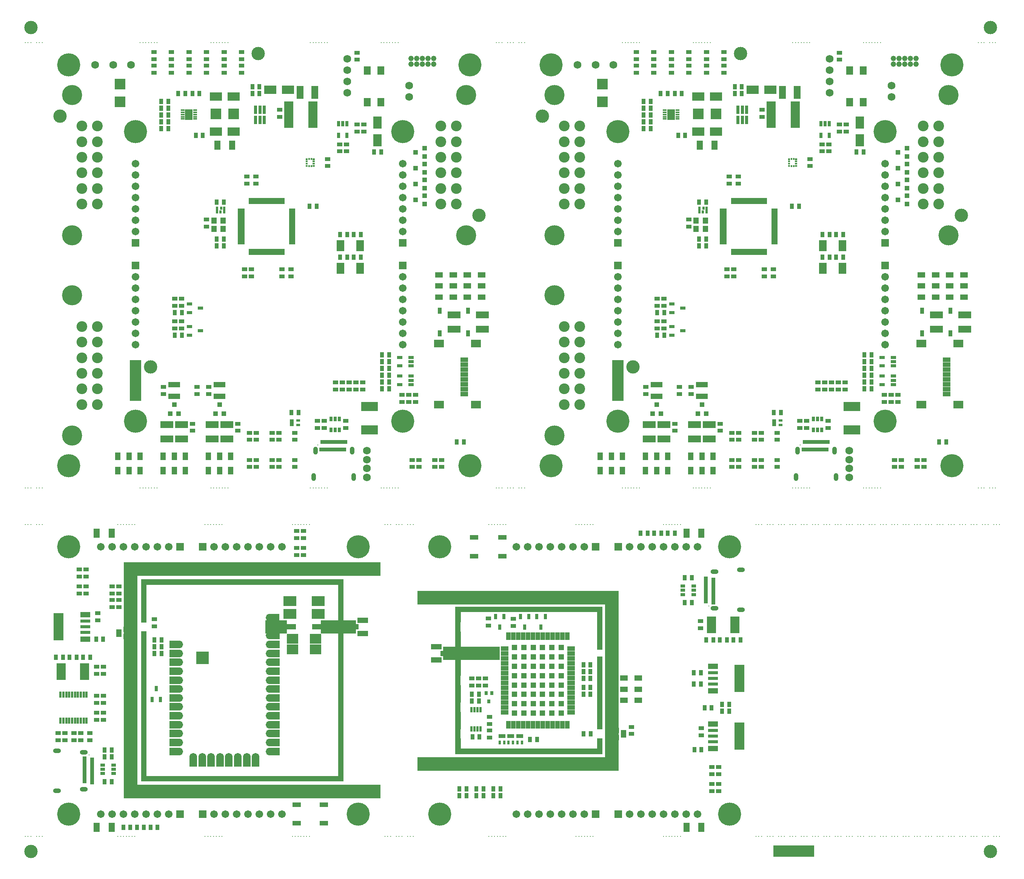
<source format=gts>
G04*
G04 #@! TF.GenerationSoftware,Altium Limited,Altium Designer,21.1.1 (26)*
G04*
G04 Layer_Color=8388736*
%FSLAX25Y25*%
%MOIN*%
G70*
G04*
G04 #@! TF.SameCoordinates,5C4D5550-4BF6-4518-9220-46D804948AFA*
G04*
G04*
G04 #@! TF.FilePolarity,Negative*
G04*
G01*
G75*
%ADD44R,0.00984X0.01181*%
%ADD45R,0.01378X0.01181*%
%ADD106R,0.36000X0.10000*%
%ADD107R,0.10000X0.36000*%
%ADD108C,0.11811*%
%ADD109R,0.09461X0.04934*%
%ADD110R,0.04934X0.04737*%
%ADD111R,0.03162X0.02769*%
%ADD112R,0.05131X0.05131*%
%ADD113R,0.06706X0.03950*%
%ADD114R,0.03950X0.06706*%
%ADD115R,0.04737X0.13792*%
%ADD116R,0.13792X0.04737*%
%ADD117R,0.15761X0.04737*%
%ADD118R,0.04737X0.15761*%
%ADD119R,0.02769X0.03556*%
%ADD120R,0.03800X0.04800*%
%ADD121R,0.05500X0.07900*%
%ADD122R,0.07800X0.04300*%
%ADD123R,0.01981X0.03438*%
%ADD124R,0.04800X0.03800*%
%ADD125R,0.02450X0.04737*%
%ADD126R,0.03162X0.04737*%
%ADD127R,0.03950X0.02769*%
%ADD128R,0.08674X0.04737*%
%ADD129R,0.08674X0.03162*%
%ADD130R,0.08674X0.24422*%
%ADD131R,0.07887X0.14580*%
%ADD132R,0.04737X0.07099*%
%ADD133R,0.04737X0.04737*%
%ADD134R,0.07099X0.04737*%
%ADD135R,0.03556X0.01981*%
%ADD136R,0.06509X0.01981*%
%ADD137R,0.09304X0.09698*%
%ADD138R,0.03556X0.01784*%
%ADD139R,0.06706X0.09461*%
%ADD140R,0.10642X0.07493*%
%ADD141R,0.09698X0.09304*%
%ADD142R,0.07887X0.23241*%
%ADD143R,0.02800X0.07300*%
%ADD144R,0.05918X0.11824*%
%ADD145R,0.07493X0.10642*%
%ADD146R,0.03162X0.05131*%
%ADD147R,0.06300X0.07300*%
%ADD148R,0.04343X0.03950*%
%ADD149R,0.11824X0.05918*%
%ADD150R,0.08674X0.06509*%
%ADD151R,0.05131X0.03162*%
%ADD152R,0.14580X0.07887*%
%ADD153R,0.04737X0.03162*%
%ADD154R,0.03950X0.04343*%
%ADD155R,0.02572X0.05131*%
%ADD156R,0.01981X0.03556*%
%ADD157R,0.02769X0.03950*%
%ADD158R,0.03438X0.01981*%
%ADD159R,0.01981X0.05524*%
%ADD160R,0.05524X0.01981*%
%ADD161R,0.05918X0.01981*%
%ADD162R,0.02375X0.06312*%
%ADD163R,0.01981X0.02769*%
%ADD164R,0.05100X0.05600*%
%ADD165R,0.03792X0.05800*%
%ADD166R,0.08674X0.04737*%
%ADD167R,0.10249X0.08674*%
%ADD168R,0.09461X0.04737*%
%ADD169R,0.11430X0.09068*%
%ADD170O,0.12060X0.06706*%
%ADD171O,0.06706X0.12060*%
%ADD172C,0.01587*%
%ADD173R,0.06706X0.06706*%
%ADD174R,0.06706X0.06706*%
%ADD175R,0.14461X0.04737*%
%ADD176R,0.04737X0.14461*%
%ADD177R,0.02178X0.05524*%
%ADD178R,0.00800X0.00800*%
%ADD179C,0.06706*%
%ADD180C,0.20472*%
%ADD181C,0.00800*%
%ADD182O,0.07099X0.03950*%
%ADD183C,0.06800*%
%ADD184C,0.04800*%
%ADD185O,0.03950X0.07099*%
%ADD186C,0.17748*%
%ADD187C,0.09461*%
%ADD188C,0.03162*%
G36*
X759232Y715996D02*
X757854D01*
Y717571D01*
X759232D01*
Y715996D01*
D02*
G37*
G36*
X757264D02*
X755886D01*
Y717571D01*
X757264D01*
Y715996D01*
D02*
G37*
G36*
X333248D02*
X331870D01*
Y717571D01*
X333248D01*
Y715996D01*
D02*
G37*
G36*
X331279D02*
X329902D01*
Y717571D01*
X331279D01*
Y715996D01*
D02*
G37*
G36*
X761496Y715799D02*
X759724D01*
Y717374D01*
X761496D01*
Y715799D01*
D02*
G37*
G36*
X755394D02*
X753622D01*
Y717374D01*
X755394D01*
Y715799D01*
D02*
G37*
G36*
X335512D02*
X333740D01*
Y717374D01*
X335512D01*
Y715799D01*
D02*
G37*
G36*
X329410D02*
X327638D01*
Y717374D01*
X329410D01*
Y715799D01*
D02*
G37*
G36*
X761496Y713831D02*
X759724D01*
Y715406D01*
X761496D01*
Y713831D01*
D02*
G37*
G36*
X755394D02*
X753622D01*
Y715406D01*
X755394D01*
Y713831D01*
D02*
G37*
G36*
X335512D02*
X333740D01*
Y715406D01*
X335512D01*
Y713831D01*
D02*
G37*
G36*
X329410D02*
X327638D01*
Y715406D01*
X329410D01*
Y713831D01*
D02*
G37*
G36*
X761496Y711862D02*
X759724D01*
Y713437D01*
X761496D01*
Y711862D01*
D02*
G37*
G36*
X755394D02*
X753622D01*
Y713437D01*
X755394D01*
Y711862D01*
D02*
G37*
G36*
X335512D02*
X333740D01*
Y713437D01*
X335512D01*
Y711862D01*
D02*
G37*
G36*
X329410D02*
X327638D01*
Y713437D01*
X329410D01*
Y711862D01*
D02*
G37*
G36*
X761496Y709894D02*
X759724D01*
Y711469D01*
X761496D01*
Y709894D01*
D02*
G37*
G36*
X755394D02*
X753622D01*
Y711469D01*
X755394D01*
Y709894D01*
D02*
G37*
G36*
X335512D02*
X333740D01*
Y711469D01*
X335512D01*
Y709894D01*
D02*
G37*
G36*
X329410D02*
X327638D01*
Y711469D01*
X329410D01*
Y709894D01*
D02*
G37*
G36*
X759232Y709697D02*
X757854D01*
Y711272D01*
X759232D01*
Y709697D01*
D02*
G37*
G36*
X757264D02*
X755886D01*
Y711272D01*
X757264D01*
Y709697D01*
D02*
G37*
G36*
X333248D02*
X331870D01*
Y711272D01*
X333248D01*
Y709697D01*
D02*
G37*
G36*
X331279D02*
X329902D01*
Y711272D01*
X331279D01*
Y709697D01*
D02*
G37*
G36*
X360930Y345260D02*
Y345191D01*
X360949D01*
X360949Y340435D01*
X360930D01*
X360930Y309087D01*
X372051D01*
Y297433D01*
X360983D01*
X360983Y166569D01*
X360942D01*
Y166555D01*
X182365Y166555D01*
Y166608D01*
X182338D01*
X182338Y299260D01*
X187073Y299260D01*
X187073Y171332D01*
X356226Y171332D01*
X356226Y297433D01*
X341051D01*
Y309087D01*
X356173D01*
X356173Y340435D01*
X187073Y340434D01*
X187074Y307137D01*
X182338Y307137D01*
X182338Y340434D01*
X182335D01*
X182335Y345191D01*
X182338D01*
Y345209D01*
X187073Y345209D01*
Y345191D01*
X356173Y345191D01*
Y345260D01*
X360930Y345260D01*
D02*
G37*
G36*
X311051Y297433D02*
X292051D01*
Y309087D01*
X311051D01*
Y297433D01*
D02*
G37*
G36*
X589670Y320863D02*
X589675D01*
Y283051D01*
X584925D01*
Y316192D01*
X464425D01*
Y285551D01*
X498841D01*
Y273898D01*
X464425D01*
Y195643D01*
X589687D01*
X589687Y190551D01*
X459738D01*
Y190924D01*
X459717D01*
Y273898D01*
X448925D01*
Y285551D01*
X459717D01*
Y320856D01*
X459720D01*
Y320884D01*
X589670D01*
Y320863D01*
D02*
G37*
G36*
X241992Y270414D02*
X230992D01*
Y281414D01*
X241992D01*
Y270414D01*
D02*
G37*
G36*
X589675Y212551D02*
X584925D01*
Y277051D01*
X589675D01*
Y212551D01*
D02*
G37*
G36*
X603925Y176051D02*
X426425D01*
Y188051D01*
X591925D01*
Y323051D01*
X426425D01*
Y335051D01*
X603925D01*
Y176051D01*
D02*
G37*
G36*
X393551Y348260D02*
X179051D01*
Y163760D01*
X393551D01*
Y151760D01*
X167051D01*
Y360260D01*
X393551D01*
Y348260D01*
D02*
G37*
D44*
X330591Y716784D02*
D03*
X332559D02*
D03*
Y710484D02*
D03*
X330591D02*
D03*
X756575Y716784D02*
D03*
X758543D02*
D03*
Y710484D02*
D03*
X756575D02*
D03*
D45*
X334626Y716587D02*
D03*
Y714618D02*
D03*
Y712650D02*
D03*
Y710681D02*
D03*
X328524D02*
D03*
Y712650D02*
D03*
Y714618D02*
D03*
Y716587D02*
D03*
X760610D02*
D03*
Y714618D02*
D03*
Y712650D02*
D03*
Y710681D02*
D03*
X754508D02*
D03*
Y712650D02*
D03*
Y714618D02*
D03*
Y716587D02*
D03*
D106*
X758500Y105000D02*
D03*
X459925Y182051D02*
D03*
X360051Y354260D02*
D03*
D107*
X177165Y521134D02*
D03*
X603150D02*
D03*
D108*
X85039Y833071D02*
D03*
X932283D02*
D03*
X85039Y104724D02*
D03*
X932283D02*
D03*
X596925Y328051D02*
D03*
X434925Y182051D02*
D03*
Y329051D02*
D03*
X597425Y182551D02*
D03*
X190575Y533134D02*
D03*
X110575Y754634D02*
D03*
X285575Y810134D02*
D03*
X480575Y667134D02*
D03*
X616559Y533134D02*
D03*
X536559Y754634D02*
D03*
X711559Y810134D02*
D03*
X906559Y667134D02*
D03*
X385051Y354260D02*
D03*
Y157760D02*
D03*
X174051Y353260D02*
D03*
Y158760D02*
D03*
D109*
X442921Y285531D02*
D03*
Y273917D02*
D03*
X377953Y297453D02*
D03*
Y309067D02*
D03*
D110*
X448925Y279724D02*
D03*
X371949Y303260D02*
D03*
D111*
X482512Y279720D02*
D03*
Y275783D02*
D03*
X471873Y279720D02*
D03*
Y275783D02*
D03*
X350551Y303197D02*
D03*
Y299260D02*
D03*
D112*
X511905Y268307D02*
D03*
X528441Y276575D02*
D03*
X520173D02*
D03*
X511905D02*
D03*
X536709D02*
D03*
X544976D02*
D03*
X553244D02*
D03*
X528441Y268307D02*
D03*
X520173D02*
D03*
X536709D02*
D03*
X544976D02*
D03*
X553244D02*
D03*
Y226969D02*
D03*
Y235236D02*
D03*
Y243504D02*
D03*
Y251772D02*
D03*
Y260039D02*
D03*
Y284842D02*
D03*
X544976Y226969D02*
D03*
Y235236D02*
D03*
Y243504D02*
D03*
Y251772D02*
D03*
Y260039D02*
D03*
Y284842D02*
D03*
X536709Y226969D02*
D03*
Y235236D02*
D03*
Y243504D02*
D03*
Y251772D02*
D03*
Y260039D02*
D03*
Y284842D02*
D03*
X528441Y226969D02*
D03*
Y235236D02*
D03*
Y243504D02*
D03*
Y251772D02*
D03*
Y260039D02*
D03*
Y284842D02*
D03*
X520173Y226969D02*
D03*
Y235236D02*
D03*
Y243504D02*
D03*
Y251772D02*
D03*
Y260039D02*
D03*
Y284842D02*
D03*
X511905Y226969D02*
D03*
Y235236D02*
D03*
Y243504D02*
D03*
Y251772D02*
D03*
Y260039D02*
D03*
Y284842D02*
D03*
D113*
X503244Y240748D02*
D03*
X561905D02*
D03*
Y284055D02*
D03*
Y279724D02*
D03*
Y275394D02*
D03*
Y271063D02*
D03*
Y266732D02*
D03*
Y262402D02*
D03*
Y258071D02*
D03*
Y253740D02*
D03*
Y249409D02*
D03*
Y245079D02*
D03*
Y236417D02*
D03*
Y232087D02*
D03*
Y227756D02*
D03*
X503244D02*
D03*
Y232087D02*
D03*
Y236417D02*
D03*
Y245079D02*
D03*
Y249409D02*
D03*
Y253740D02*
D03*
Y258071D02*
D03*
Y262402D02*
D03*
Y266732D02*
D03*
Y271063D02*
D03*
Y275394D02*
D03*
Y279724D02*
D03*
Y284055D02*
D03*
X467677Y539252D02*
D03*
Y534921D02*
D03*
Y530591D02*
D03*
Y526260D02*
D03*
Y521929D02*
D03*
Y517598D02*
D03*
Y513268D02*
D03*
Y508937D02*
D03*
X893661Y539252D02*
D03*
Y534921D02*
D03*
Y530591D02*
D03*
Y526260D02*
D03*
Y521929D02*
D03*
Y517598D02*
D03*
Y513268D02*
D03*
Y508937D02*
D03*
D114*
X536905Y295079D02*
D03*
Y216732D02*
D03*
X541236Y295079D02*
D03*
X545567Y216732D02*
D03*
X519583Y295079D02*
D03*
X515252D02*
D03*
X510921D02*
D03*
X506591D02*
D03*
X549898D02*
D03*
X545567D02*
D03*
X549898Y216732D02*
D03*
X554228Y295079D02*
D03*
X558559D02*
D03*
X532575D02*
D03*
X528244D02*
D03*
X523913D02*
D03*
X558559Y216732D02*
D03*
X554228D02*
D03*
X541236D02*
D03*
X532575D02*
D03*
X528244D02*
D03*
X523913D02*
D03*
X519583D02*
D03*
X515252D02*
D03*
X510921D02*
D03*
X506591D02*
D03*
D115*
X462102Y313976D02*
D03*
X587299D02*
D03*
X462102Y197835D02*
D03*
X587299D02*
D03*
D116*
X582772Y193307D02*
D03*
Y318504D02*
D03*
X466630Y193307D02*
D03*
Y318504D02*
D03*
D117*
X560134Y193307D02*
D03*
X536512D02*
D03*
X512890D02*
D03*
X489268D02*
D03*
X560134Y318504D02*
D03*
X536512D02*
D03*
X512890D02*
D03*
X489268D02*
D03*
X212598Y168957D02*
D03*
X236221D02*
D03*
X212598Y342854D02*
D03*
X236221D02*
D03*
X259842D02*
D03*
X283465D02*
D03*
X307087D02*
D03*
X330709D02*
D03*
X259842Y168957D02*
D03*
X283465D02*
D03*
X307087D02*
D03*
X330709D02*
D03*
D118*
X587299Y220472D02*
D03*
Y244094D02*
D03*
Y267717D02*
D03*
Y291339D02*
D03*
X462102Y220472D02*
D03*
Y244094D02*
D03*
Y267717D02*
D03*
Y291339D02*
D03*
X358602Y244094D02*
D03*
X184705D02*
D03*
X358602Y267717D02*
D03*
X184705D02*
D03*
X358602Y291339D02*
D03*
X184705D02*
D03*
X358602Y314961D02*
D03*
X184705D02*
D03*
Y220472D02*
D03*
Y196850D02*
D03*
X358602Y220472D02*
D03*
Y196850D02*
D03*
D119*
X489425Y237311D02*
D03*
X486866Y244791D02*
D03*
X491984D02*
D03*
D120*
X629549Y385827D02*
D03*
X623302D02*
D03*
X641549D02*
D03*
X635302D02*
D03*
X653549D02*
D03*
X647302D02*
D03*
X484549Y160051D02*
D03*
X478302D02*
D03*
X469549D02*
D03*
X463302D02*
D03*
X469549Y154051D02*
D03*
X463302D02*
D03*
X484549D02*
D03*
X478302D02*
D03*
X499549D02*
D03*
X493302D02*
D03*
X499549Y160051D02*
D03*
X493302D02*
D03*
X525692Y203785D02*
D03*
X531939D02*
D03*
X481049Y206051D02*
D03*
X474802D02*
D03*
X480549Y237551D02*
D03*
X474302D02*
D03*
X480549Y243551D02*
D03*
X474302D02*
D03*
X662302Y346551D02*
D03*
X668549D02*
D03*
X662302Y324551D02*
D03*
X668549D02*
D03*
X677049Y194551D02*
D03*
X670802D02*
D03*
X695302Y228551D02*
D03*
X701549D02*
D03*
X695302Y234551D02*
D03*
X701549D02*
D03*
X679802Y231551D02*
D03*
X686049D02*
D03*
X670302Y252551D02*
D03*
X676549D02*
D03*
X670302Y262551D02*
D03*
X676549D02*
D03*
X681302Y291551D02*
D03*
X687549D02*
D03*
X693302D02*
D03*
X699549D02*
D03*
X711549D02*
D03*
X705302D02*
D03*
X572925Y208551D02*
D03*
X579172D02*
D03*
X601049Y220551D02*
D03*
X594802D02*
D03*
X572802Y257551D02*
D03*
Y263551D02*
D03*
X579049Y249551D02*
D03*
X572802D02*
D03*
X579049Y243551D02*
D03*
X572802D02*
D03*
X579049Y257551D02*
D03*
Y263551D02*
D03*
Y269551D02*
D03*
X572802D02*
D03*
X601049Y283051D02*
D03*
X594802D02*
D03*
X601049Y277051D02*
D03*
X594802D02*
D03*
X376198Y630134D02*
D03*
X369951D02*
D03*
X364198D02*
D03*
X357951D02*
D03*
X369951Y650134D02*
D03*
X376198D02*
D03*
X357951D02*
D03*
X364198D02*
D03*
X227451Y774634D02*
D03*
X233698D02*
D03*
X221198D02*
D03*
X214951D02*
D03*
X206198Y767634D02*
D03*
X199951D02*
D03*
Y761634D02*
D03*
X206198D02*
D03*
Y755634D02*
D03*
X199951D02*
D03*
Y749634D02*
D03*
X206198D02*
D03*
X199951Y743634D02*
D03*
X206198D02*
D03*
X230451Y737634D02*
D03*
X236698D02*
D03*
X286698Y774634D02*
D03*
X280451D02*
D03*
Y780634D02*
D03*
X286698D02*
D03*
X394198Y723134D02*
D03*
X387951D02*
D03*
X394951Y519634D02*
D03*
X401198D02*
D03*
X394951Y525634D02*
D03*
X401198D02*
D03*
Y531634D02*
D03*
X394951D02*
D03*
Y537634D02*
D03*
X401198D02*
D03*
Y543634D02*
D03*
X394951D02*
D03*
Y513634D02*
D03*
X401198D02*
D03*
X211951Y581134D02*
D03*
X218198D02*
D03*
X211951Y561134D02*
D03*
X218198D02*
D03*
X467198Y466634D02*
D03*
X460951D02*
D03*
X314951Y492634D02*
D03*
X321198D02*
D03*
X248951Y678634D02*
D03*
X255198D02*
D03*
Y646134D02*
D03*
X248951D02*
D03*
Y640134D02*
D03*
X255198D02*
D03*
X337198Y675134D02*
D03*
X330951D02*
D03*
X802183Y630134D02*
D03*
X795935D02*
D03*
X790183D02*
D03*
X783935D02*
D03*
X795935Y650134D02*
D03*
X802183D02*
D03*
X783935D02*
D03*
X790183D02*
D03*
X653435Y774634D02*
D03*
X659683D02*
D03*
X647183D02*
D03*
X640935D02*
D03*
X632183Y767634D02*
D03*
X625935D02*
D03*
Y761634D02*
D03*
X632183D02*
D03*
Y755634D02*
D03*
X625935D02*
D03*
Y749634D02*
D03*
X632183D02*
D03*
X625935Y743634D02*
D03*
X632183D02*
D03*
X656435Y737634D02*
D03*
X662683D02*
D03*
X712683Y774634D02*
D03*
X706435D02*
D03*
Y780634D02*
D03*
X712683D02*
D03*
X820183Y723134D02*
D03*
X813935D02*
D03*
X820935Y519634D02*
D03*
X827183D02*
D03*
X820935Y525634D02*
D03*
X827183D02*
D03*
Y531634D02*
D03*
X820935D02*
D03*
Y537634D02*
D03*
X827183D02*
D03*
Y543634D02*
D03*
X820935D02*
D03*
Y513634D02*
D03*
X827183D02*
D03*
X637935Y581134D02*
D03*
X644183D02*
D03*
X637935Y561134D02*
D03*
X644183D02*
D03*
X893183Y466634D02*
D03*
X886935D02*
D03*
X740935Y492634D02*
D03*
X747183D02*
D03*
X674935Y678634D02*
D03*
X681183D02*
D03*
Y646134D02*
D03*
X674935D02*
D03*
Y640134D02*
D03*
X681183D02*
D03*
X763183Y675134D02*
D03*
X756935D02*
D03*
X193928Y291760D02*
D03*
X200175D02*
D03*
X193928Y285760D02*
D03*
X200175D02*
D03*
X193928Y279760D02*
D03*
X200175D02*
D03*
X169928Y288260D02*
D03*
X176175D02*
D03*
X169928Y265760D02*
D03*
X176175D02*
D03*
X169928Y271760D02*
D03*
X176175D02*
D03*
X169928Y252760D02*
D03*
X176175D02*
D03*
X169928Y234260D02*
D03*
X176175D02*
D03*
X169928Y240260D02*
D03*
X176175D02*
D03*
X169928Y222760D02*
D03*
X176175D02*
D03*
X169928Y216760D02*
D03*
X176175D02*
D03*
X169928Y201260D02*
D03*
X176175D02*
D03*
X148675Y292260D02*
D03*
X142428D02*
D03*
X137175Y276260D02*
D03*
X130928D02*
D03*
X125175D02*
D03*
X118928D02*
D03*
X106928D02*
D03*
X113175D02*
D03*
X156175Y194260D02*
D03*
X149928D02*
D03*
X156175Y188260D02*
D03*
X149928D02*
D03*
X156175Y166260D02*
D03*
X149928D02*
D03*
X172675Y125984D02*
D03*
X166428D02*
D03*
X184675D02*
D03*
X178428D02*
D03*
X196675D02*
D03*
X190428D02*
D03*
D121*
X663762Y385827D02*
D03*
X676978D02*
D03*
X663762Y125984D02*
D03*
X676978D02*
D03*
X262683Y729134D02*
D03*
X249467D02*
D03*
X688667D02*
D03*
X675451D02*
D03*
X142998Y125984D02*
D03*
X156215D02*
D03*
X142998Y385827D02*
D03*
X156215D02*
D03*
D122*
X501425Y382283D02*
D03*
Y365748D02*
D03*
X476425Y382283D02*
D03*
Y365748D02*
D03*
X343551Y146063D02*
D03*
Y129527D02*
D03*
X319551Y129527D02*
D03*
Y146063D02*
D03*
D123*
X502894Y206776D02*
D03*
X500925D02*
D03*
X498957D02*
D03*
Y200949D02*
D03*
X502894D02*
D03*
X510516Y206776D02*
D03*
X508547D02*
D03*
X506579D02*
D03*
Y200949D02*
D03*
X510516D02*
D03*
X518516Y206776D02*
D03*
X516547D02*
D03*
X514579D02*
D03*
Y200949D02*
D03*
X518516D02*
D03*
D124*
X489925Y211675D02*
D03*
Y205428D02*
D03*
Y223675D02*
D03*
Y217428D02*
D03*
X486425Y257675D02*
D03*
Y251428D02*
D03*
X480425D02*
D03*
Y257675D02*
D03*
X474425Y251428D02*
D03*
Y257675D02*
D03*
X510925Y303928D02*
D03*
Y310175D02*
D03*
X488925Y304428D02*
D03*
Y310675D02*
D03*
X686425Y164175D02*
D03*
Y157928D02*
D03*
X692425D02*
D03*
Y164175D02*
D03*
Y172928D02*
D03*
Y179175D02*
D03*
X686425D02*
D03*
Y172928D02*
D03*
X676925Y207428D02*
D03*
Y213675D02*
D03*
X676425Y301928D02*
D03*
Y308175D02*
D03*
X615425Y214798D02*
D03*
Y208551D02*
D03*
X522425Y178928D02*
D03*
Y185175D02*
D03*
X528425Y178928D02*
D03*
Y185175D02*
D03*
X552925Y178928D02*
D03*
Y185175D02*
D03*
X558925Y178928D02*
D03*
Y185175D02*
D03*
X503925Y325928D02*
D03*
Y332175D02*
D03*
X485925D02*
D03*
Y325928D02*
D03*
X491925Y332175D02*
D03*
Y325928D02*
D03*
X497925Y332175D02*
D03*
Y325928D02*
D03*
X509925Y332175D02*
D03*
Y325928D02*
D03*
X515925D02*
D03*
Y332175D02*
D03*
X521925D02*
D03*
Y325928D02*
D03*
X527925D02*
D03*
Y332175D02*
D03*
X533925D02*
D03*
Y325928D02*
D03*
X539925Y332175D02*
D03*
Y325928D02*
D03*
X545925Y332175D02*
D03*
Y325928D02*
D03*
X551925Y332175D02*
D03*
Y325928D02*
D03*
X557925Y332175D02*
D03*
Y325928D02*
D03*
X347075Y710510D02*
D03*
Y716757D02*
D03*
X193575Y799258D02*
D03*
Y793010D02*
D03*
X209075Y799258D02*
D03*
Y793010D02*
D03*
X224575Y799258D02*
D03*
Y793010D02*
D03*
X240075Y799258D02*
D03*
Y793010D02*
D03*
X255575Y799258D02*
D03*
Y793010D02*
D03*
X271075Y799258D02*
D03*
Y793010D02*
D03*
X193575Y811257D02*
D03*
Y805010D02*
D03*
X209075Y811257D02*
D03*
Y805010D02*
D03*
X224575Y811257D02*
D03*
Y805010D02*
D03*
X240075Y811257D02*
D03*
Y805010D02*
D03*
X255575D02*
D03*
Y811257D02*
D03*
X271075Y805010D02*
D03*
Y811257D02*
D03*
X379075Y747258D02*
D03*
Y741010D02*
D03*
X373075D02*
D03*
Y747258D02*
D03*
X357575Y729757D02*
D03*
Y723510D02*
D03*
X363575Y729757D02*
D03*
Y723510D02*
D03*
X373075Y810758D02*
D03*
Y804510D02*
D03*
X424575Y502134D02*
D03*
Y508381D02*
D03*
X418575Y502134D02*
D03*
Y508381D02*
D03*
X412575Y502134D02*
D03*
Y508381D02*
D03*
X378075Y513010D02*
D03*
Y519257D02*
D03*
X372075D02*
D03*
Y513010D02*
D03*
X366075Y519257D02*
D03*
Y513010D02*
D03*
X360075Y519257D02*
D03*
Y513010D02*
D03*
X354075Y519257D02*
D03*
Y513010D02*
D03*
X218075Y593258D02*
D03*
Y587010D02*
D03*
X212075D02*
D03*
Y593258D02*
D03*
Y567010D02*
D03*
Y573257D02*
D03*
X218075D02*
D03*
Y567010D02*
D03*
X447575Y450758D02*
D03*
Y444510D02*
D03*
X441575Y450758D02*
D03*
Y444510D02*
D03*
X427575Y450758D02*
D03*
Y444510D02*
D03*
X421575Y450758D02*
D03*
Y444510D02*
D03*
X242075Y515258D02*
D03*
Y509010D02*
D03*
X231575D02*
D03*
Y515258D02*
D03*
X202075D02*
D03*
Y509010D02*
D03*
X284075Y450758D02*
D03*
Y444510D02*
D03*
X278075D02*
D03*
Y450758D02*
D03*
X298075Y444510D02*
D03*
Y450758D02*
D03*
X304075D02*
D03*
Y444510D02*
D03*
X318075Y450758D02*
D03*
Y444510D02*
D03*
X363075Y485257D02*
D03*
Y479010D02*
D03*
X344075Y485257D02*
D03*
Y479010D02*
D03*
X338075Y485257D02*
D03*
Y479010D02*
D03*
X318075Y468510D02*
D03*
Y474757D02*
D03*
X304075D02*
D03*
Y468510D02*
D03*
X298075Y474757D02*
D03*
Y468510D02*
D03*
X284075Y474757D02*
D03*
Y468510D02*
D03*
X278075Y474757D02*
D03*
Y468510D02*
D03*
X267575Y476510D02*
D03*
Y482758D02*
D03*
X227575Y476510D02*
D03*
Y482758D02*
D03*
X283575Y701258D02*
D03*
Y695010D02*
D03*
X275575Y701258D02*
D03*
Y695010D02*
D03*
X240075Y657010D02*
D03*
Y663258D02*
D03*
X273575Y613010D02*
D03*
Y619257D02*
D03*
X279575Y613010D02*
D03*
Y619257D02*
D03*
X306575Y613010D02*
D03*
Y619257D02*
D03*
X314575Y613010D02*
D03*
Y619257D02*
D03*
X304575Y754010D02*
D03*
Y760257D02*
D03*
X773059Y710510D02*
D03*
Y716757D02*
D03*
X619559Y799258D02*
D03*
Y793010D02*
D03*
X635059Y799258D02*
D03*
Y793010D02*
D03*
X650559Y799258D02*
D03*
Y793010D02*
D03*
X666059Y799258D02*
D03*
Y793010D02*
D03*
X681559Y799258D02*
D03*
Y793010D02*
D03*
X697059Y799258D02*
D03*
Y793010D02*
D03*
X619559Y811257D02*
D03*
Y805010D02*
D03*
X635059Y811257D02*
D03*
Y805010D02*
D03*
X650559Y811257D02*
D03*
Y805010D02*
D03*
X666059Y811257D02*
D03*
Y805010D02*
D03*
X681559D02*
D03*
Y811257D02*
D03*
X697059Y805010D02*
D03*
Y811257D02*
D03*
X805059Y747258D02*
D03*
Y741010D02*
D03*
X799059D02*
D03*
Y747258D02*
D03*
X783559Y729757D02*
D03*
Y723510D02*
D03*
X789559Y729757D02*
D03*
Y723510D02*
D03*
X799059Y810758D02*
D03*
Y804510D02*
D03*
X850559Y502134D02*
D03*
Y508381D02*
D03*
X844559Y502134D02*
D03*
Y508381D02*
D03*
X838559Y502134D02*
D03*
Y508381D02*
D03*
X804059Y513010D02*
D03*
Y519257D02*
D03*
X798059D02*
D03*
Y513010D02*
D03*
X792059Y519257D02*
D03*
Y513010D02*
D03*
X786059Y519257D02*
D03*
Y513010D02*
D03*
X780059Y519257D02*
D03*
Y513010D02*
D03*
X644059Y593258D02*
D03*
Y587010D02*
D03*
X638059D02*
D03*
Y593258D02*
D03*
Y567010D02*
D03*
Y573257D02*
D03*
X644059D02*
D03*
Y567010D02*
D03*
X873559Y450758D02*
D03*
Y444510D02*
D03*
X867559Y450758D02*
D03*
Y444510D02*
D03*
X853559Y450758D02*
D03*
Y444510D02*
D03*
X847559Y450758D02*
D03*
Y444510D02*
D03*
X668059Y515258D02*
D03*
Y509010D02*
D03*
X657559D02*
D03*
Y515258D02*
D03*
X628059D02*
D03*
Y509010D02*
D03*
X710059Y450758D02*
D03*
Y444510D02*
D03*
X704059D02*
D03*
Y450758D02*
D03*
X724059Y444510D02*
D03*
Y450758D02*
D03*
X730059D02*
D03*
Y444510D02*
D03*
X744059Y450758D02*
D03*
Y444510D02*
D03*
X789059Y485257D02*
D03*
Y479010D02*
D03*
X770059Y485257D02*
D03*
Y479010D02*
D03*
X764059Y485257D02*
D03*
Y479010D02*
D03*
X744059Y468510D02*
D03*
Y474757D02*
D03*
X730059D02*
D03*
Y468510D02*
D03*
X724059Y474757D02*
D03*
Y468510D02*
D03*
X710059Y474757D02*
D03*
Y468510D02*
D03*
X704059Y474757D02*
D03*
Y468510D02*
D03*
X693559Y476510D02*
D03*
Y482758D02*
D03*
X653559Y476510D02*
D03*
Y482758D02*
D03*
X709559Y701258D02*
D03*
Y695010D02*
D03*
X701559Y701258D02*
D03*
Y695010D02*
D03*
X666059Y657010D02*
D03*
Y663258D02*
D03*
X699559Y613010D02*
D03*
Y619257D02*
D03*
X705559Y613010D02*
D03*
Y619257D02*
D03*
X732559Y613010D02*
D03*
Y619257D02*
D03*
X740559Y613010D02*
D03*
Y619257D02*
D03*
X730559Y754010D02*
D03*
Y760257D02*
D03*
X325551Y387883D02*
D03*
Y381636D02*
D03*
X319551Y387883D02*
D03*
Y381636D02*
D03*
X325551Y366636D02*
D03*
Y372884D02*
D03*
X319551D02*
D03*
Y366636D02*
D03*
X194051Y309883D02*
D03*
Y303636D02*
D03*
X231051Y154636D02*
D03*
Y160883D02*
D03*
X237051Y154636D02*
D03*
Y160883D02*
D03*
X243051Y154636D02*
D03*
Y160883D02*
D03*
X249051Y154636D02*
D03*
Y160883D02*
D03*
X313551Y154636D02*
D03*
Y160883D02*
D03*
X319551Y154636D02*
D03*
Y160883D02*
D03*
X325551Y154636D02*
D03*
Y160883D02*
D03*
X331551Y154636D02*
D03*
Y160883D02*
D03*
X337551Y154636D02*
D03*
Y160883D02*
D03*
X343551Y154636D02*
D03*
Y160883D02*
D03*
X162551Y332636D02*
D03*
Y338883D02*
D03*
X156551Y332636D02*
D03*
Y338883D02*
D03*
X162551Y326884D02*
D03*
Y320636D02*
D03*
X156551Y326884D02*
D03*
Y320636D02*
D03*
X127551Y353884D02*
D03*
Y347636D02*
D03*
X133551D02*
D03*
Y353884D02*
D03*
X127551Y338883D02*
D03*
Y332636D02*
D03*
X133551D02*
D03*
Y338883D02*
D03*
X144051Y315260D02*
D03*
Y309013D02*
D03*
X143051Y221136D02*
D03*
Y227383D02*
D03*
Y236136D02*
D03*
Y242384D02*
D03*
Y267883D02*
D03*
Y261636D02*
D03*
X149051Y267883D02*
D03*
Y261636D02*
D03*
Y236136D02*
D03*
Y242384D02*
D03*
Y221136D02*
D03*
Y227383D02*
D03*
X109051Y209384D02*
D03*
Y203136D02*
D03*
X115051D02*
D03*
Y209384D02*
D03*
X123051Y203136D02*
D03*
Y209384D02*
D03*
X129051D02*
D03*
Y203136D02*
D03*
X137051D02*
D03*
Y209384D02*
D03*
D125*
X481764Y230098D02*
D03*
X479205D02*
D03*
X476646D02*
D03*
X474087D02*
D03*
Y213004D02*
D03*
X476646D02*
D03*
X479205D02*
D03*
X481764D02*
D03*
D126*
X520925Y302827D02*
D03*
X517185Y312276D02*
D03*
X524665D02*
D03*
X535425Y302827D02*
D03*
X531685Y312276D02*
D03*
X539165D02*
D03*
X498925Y302827D02*
D03*
X495185Y312276D02*
D03*
X502665D02*
D03*
X195551Y248484D02*
D03*
X199291Y239035D02*
D03*
X191811D02*
D03*
D127*
X670150Y331811D02*
D03*
Y335551D02*
D03*
Y339291D02*
D03*
X660701D02*
D03*
Y335551D02*
D03*
Y331811D02*
D03*
X157776Y173520D02*
D03*
Y177260D02*
D03*
Y181000D02*
D03*
X148327D02*
D03*
Y177260D02*
D03*
Y173520D02*
D03*
D128*
X687114Y217339D02*
D03*
Y195764D02*
D03*
Y268339D02*
D03*
Y246764D02*
D03*
X132862Y292472D02*
D03*
Y314047D02*
D03*
D129*
X687114Y211551D02*
D03*
Y206551D02*
D03*
Y201551D02*
D03*
Y262551D02*
D03*
Y257551D02*
D03*
Y252551D02*
D03*
X132862Y298260D02*
D03*
Y303260D02*
D03*
Y308260D02*
D03*
D130*
X710736Y206551D02*
D03*
Y257551D02*
D03*
X109240Y303260D02*
D03*
D131*
X686091Y305051D02*
D03*
X706760D02*
D03*
X132386Y263760D02*
D03*
X111716D02*
D03*
D132*
X608224Y208551D02*
D03*
X595626D02*
D03*
X241732Y453933D02*
D03*
X251575D02*
D03*
X261417D02*
D03*
X241732Y441335D02*
D03*
X251575D02*
D03*
X261417D02*
D03*
X201732Y453933D02*
D03*
X211575D02*
D03*
X221417D02*
D03*
X201732Y441335D02*
D03*
X211575D02*
D03*
X221417D02*
D03*
X181417D02*
D03*
X171575D02*
D03*
X161732D02*
D03*
X181417Y453933D02*
D03*
X171575D02*
D03*
X161732D02*
D03*
X667717D02*
D03*
X677559D02*
D03*
X687402D02*
D03*
X667717Y441335D02*
D03*
X677559D02*
D03*
X687402D02*
D03*
X627716Y453933D02*
D03*
X637559D02*
D03*
X647402D02*
D03*
X627716Y441335D02*
D03*
X637559D02*
D03*
X647402D02*
D03*
X607402D02*
D03*
X597559D02*
D03*
X587716D02*
D03*
X607402Y453933D02*
D03*
X597559D02*
D03*
X587716D02*
D03*
X175350Y297760D02*
D03*
X162752D02*
D03*
D133*
X601925Y211701D02*
D03*
Y205402D02*
D03*
X169051Y300909D02*
D03*
Y294610D02*
D03*
D134*
X621224Y257894D02*
D03*
Y248051D02*
D03*
Y238209D02*
D03*
X608626Y257894D02*
D03*
Y248051D02*
D03*
Y238209D02*
D03*
X470276Y594791D02*
D03*
Y604634D02*
D03*
Y614476D02*
D03*
X482874Y594791D02*
D03*
Y604634D02*
D03*
Y614476D02*
D03*
X445276Y594791D02*
D03*
Y604634D02*
D03*
Y614476D02*
D03*
X457874Y594791D02*
D03*
Y604634D02*
D03*
Y614476D02*
D03*
X896260Y594791D02*
D03*
Y604634D02*
D03*
Y614476D02*
D03*
X908858Y594791D02*
D03*
Y604634D02*
D03*
Y614476D02*
D03*
X871260Y594791D02*
D03*
Y604634D02*
D03*
Y614476D02*
D03*
X883858Y594791D02*
D03*
Y604634D02*
D03*
Y614476D02*
D03*
D135*
X680980Y325047D02*
D03*
Y327016D02*
D03*
Y328984D02*
D03*
Y330953D02*
D03*
Y332921D02*
D03*
Y334890D02*
D03*
Y336858D02*
D03*
Y338827D02*
D03*
Y340795D02*
D03*
Y342764D02*
D03*
Y344732D02*
D03*
Y346701D02*
D03*
X687673Y345717D02*
D03*
Y343748D02*
D03*
Y341779D02*
D03*
Y339811D02*
D03*
Y337842D02*
D03*
Y335874D02*
D03*
Y333906D02*
D03*
Y331937D02*
D03*
Y329969D02*
D03*
Y328000D02*
D03*
Y326031D02*
D03*
Y324063D02*
D03*
X138996Y186764D02*
D03*
Y184795D02*
D03*
Y182827D02*
D03*
Y180858D02*
D03*
Y178890D02*
D03*
Y176921D02*
D03*
Y174953D02*
D03*
Y172984D02*
D03*
Y171016D02*
D03*
Y169047D02*
D03*
Y167079D02*
D03*
Y165110D02*
D03*
X132303Y166095D02*
D03*
Y168063D02*
D03*
Y170031D02*
D03*
Y172000D02*
D03*
Y173969D02*
D03*
Y175937D02*
D03*
Y177905D02*
D03*
Y179874D02*
D03*
Y181843D02*
D03*
Y183811D02*
D03*
Y185780D02*
D03*
Y187748D02*
D03*
D136*
X358413Y644071D02*
D03*
Y642102D02*
D03*
Y640134D02*
D03*
Y638165D02*
D03*
Y636197D02*
D03*
X375736D02*
D03*
Y638165D02*
D03*
Y640134D02*
D03*
Y642102D02*
D03*
Y644071D02*
D03*
Y624071D02*
D03*
Y622102D02*
D03*
Y620134D02*
D03*
Y618165D02*
D03*
Y616197D02*
D03*
X358413D02*
D03*
Y618165D02*
D03*
Y620134D02*
D03*
Y622102D02*
D03*
Y624071D02*
D03*
X784398Y644071D02*
D03*
Y642102D02*
D03*
Y640134D02*
D03*
Y638165D02*
D03*
Y636197D02*
D03*
X801721D02*
D03*
Y638165D02*
D03*
Y640134D02*
D03*
Y642102D02*
D03*
Y644071D02*
D03*
Y624071D02*
D03*
Y622102D02*
D03*
Y620134D02*
D03*
Y618165D02*
D03*
Y616197D02*
D03*
X784398D02*
D03*
Y618165D02*
D03*
Y620134D02*
D03*
Y622102D02*
D03*
Y624071D02*
D03*
D137*
X163575Y767260D02*
D03*
Y783008D02*
D03*
X589559Y767260D02*
D03*
Y783008D02*
D03*
D138*
X229988Y760047D02*
D03*
Y758079D02*
D03*
Y756110D02*
D03*
Y754142D02*
D03*
Y752173D02*
D03*
X218768D02*
D03*
Y754142D02*
D03*
Y756110D02*
D03*
Y758079D02*
D03*
Y760047D02*
D03*
X655972D02*
D03*
Y758079D02*
D03*
Y756110D02*
D03*
Y754142D02*
D03*
Y752173D02*
D03*
X644752D02*
D03*
Y754142D02*
D03*
Y756110D02*
D03*
Y758079D02*
D03*
Y760047D02*
D03*
D139*
X224378Y756110D02*
D03*
X650362D02*
D03*
D140*
X263949Y772134D02*
D03*
X248201D02*
D03*
X263949Y741134D02*
D03*
X248201D02*
D03*
X311949Y778134D02*
D03*
X296201D02*
D03*
X689933Y772134D02*
D03*
X674185D02*
D03*
X689933Y741134D02*
D03*
X674185D02*
D03*
X737933Y778134D02*
D03*
X722185D02*
D03*
D141*
X248201Y756634D02*
D03*
X263949D02*
D03*
X674185D02*
D03*
X689933D02*
D03*
D142*
X334075Y756134D02*
D03*
X312575D02*
D03*
X760059D02*
D03*
X738559D02*
D03*
D143*
X290856Y760304D02*
D03*
X287116D02*
D03*
X283376D02*
D03*
Y751247D02*
D03*
X287116D02*
D03*
X290856D02*
D03*
X716840Y760304D02*
D03*
X713100D02*
D03*
X709360D02*
D03*
Y751247D02*
D03*
X713100D02*
D03*
X716840D02*
D03*
D144*
X335474Y775634D02*
D03*
X322676D02*
D03*
X761458D02*
D03*
X748660D02*
D03*
D145*
X391075Y749008D02*
D03*
Y733260D02*
D03*
X817059Y749008D02*
D03*
Y733260D02*
D03*
D146*
X364055Y737634D02*
D03*
X356575D02*
D03*
Y747870D02*
D03*
X360315D02*
D03*
X364055D02*
D03*
X790039Y737634D02*
D03*
X782559D02*
D03*
Y747870D02*
D03*
X786299D02*
D03*
X790039D02*
D03*
D147*
X382075Y795134D02*
D03*
Y767134D02*
D03*
X394075D02*
D03*
Y795134D02*
D03*
X808059D02*
D03*
Y767134D02*
D03*
X820059D02*
D03*
Y795134D02*
D03*
D148*
X432512Y684374D02*
D03*
Y676894D02*
D03*
X424638Y680634D02*
D03*
X432512Y698374D02*
D03*
Y690894D02*
D03*
X424638Y694634D02*
D03*
X432512Y712374D02*
D03*
Y704894D02*
D03*
X424638Y708634D02*
D03*
X432512Y726374D02*
D03*
Y718894D02*
D03*
X424638Y722634D02*
D03*
X858496Y684374D02*
D03*
Y676894D02*
D03*
X850622Y680634D02*
D03*
X858496Y698374D02*
D03*
Y690894D02*
D03*
X850622Y694634D02*
D03*
X858496Y712374D02*
D03*
Y704894D02*
D03*
X850622Y708634D02*
D03*
X858496Y726374D02*
D03*
Y718894D02*
D03*
X850622Y722634D02*
D03*
D149*
X483575Y566235D02*
D03*
Y579033D02*
D03*
X458575Y566235D02*
D03*
Y579033D02*
D03*
X258075Y469235D02*
D03*
Y482033D02*
D03*
X245075D02*
D03*
Y469235D02*
D03*
X218075D02*
D03*
Y482033D02*
D03*
X205075D02*
D03*
Y469235D02*
D03*
X909559Y566235D02*
D03*
Y579033D02*
D03*
X884559Y566235D02*
D03*
Y579033D02*
D03*
X684059Y469235D02*
D03*
Y482033D02*
D03*
X671059D02*
D03*
Y469235D02*
D03*
X644059D02*
D03*
Y482033D02*
D03*
X631059D02*
D03*
Y469235D02*
D03*
D150*
X445236Y499567D02*
D03*
Y553701D02*
D03*
X477913Y499567D02*
D03*
Y553701D02*
D03*
X871220Y499567D02*
D03*
Y553701D02*
D03*
X903898Y499567D02*
D03*
Y553701D02*
D03*
D151*
X410457Y517394D02*
D03*
Y524874D02*
D03*
X420693D02*
D03*
Y521134D02*
D03*
Y517394D02*
D03*
X410457Y533894D02*
D03*
Y541374D02*
D03*
X420693D02*
D03*
Y537634D02*
D03*
Y533894D02*
D03*
X836441Y517394D02*
D03*
Y524874D02*
D03*
X846677D02*
D03*
Y521134D02*
D03*
Y517394D02*
D03*
X836441Y533894D02*
D03*
Y541374D02*
D03*
X846677D02*
D03*
Y537634D02*
D03*
Y533894D02*
D03*
D152*
X384075Y477299D02*
D03*
Y497968D02*
D03*
X810059Y477299D02*
D03*
Y497968D02*
D03*
D153*
X234524Y584874D02*
D03*
X225075Y581134D02*
D03*
Y588614D02*
D03*
X234524Y564874D02*
D03*
X225075Y561134D02*
D03*
Y568614D02*
D03*
X660508Y584874D02*
D03*
X651059Y581134D02*
D03*
Y588614D02*
D03*
X660508Y564874D02*
D03*
X651059Y561134D02*
D03*
Y568614D02*
D03*
D154*
X215315Y491697D02*
D03*
X207835D02*
D03*
X211575Y499571D02*
D03*
X251575D02*
D03*
X247835Y491697D02*
D03*
X255315D02*
D03*
X641299D02*
D03*
X633819D02*
D03*
X637559Y499571D02*
D03*
X677559D02*
D03*
X673819Y491697D02*
D03*
X681299D02*
D03*
D155*
X255413Y517252D02*
D03*
X252854D02*
D03*
X250295D02*
D03*
X247736D02*
D03*
Y507016D02*
D03*
X250295D02*
D03*
X252854D02*
D03*
X255413D02*
D03*
X215413Y517252D02*
D03*
X212854D02*
D03*
X210295D02*
D03*
X207736D02*
D03*
Y507016D02*
D03*
X210295D02*
D03*
X212854D02*
D03*
X215413D02*
D03*
X681398Y517252D02*
D03*
X678839D02*
D03*
X676279D02*
D03*
X673721D02*
D03*
Y507016D02*
D03*
X676279D02*
D03*
X678839D02*
D03*
X681398D02*
D03*
X641398Y517252D02*
D03*
X638839D02*
D03*
X636279D02*
D03*
X633720D02*
D03*
Y507016D02*
D03*
X636279D02*
D03*
X638839D02*
D03*
X641398D02*
D03*
D156*
X340551Y459886D02*
D03*
X342520D02*
D03*
X344488D02*
D03*
X346457D02*
D03*
X348425D02*
D03*
X350394D02*
D03*
X352362D02*
D03*
X354331D02*
D03*
X356299D02*
D03*
X358268D02*
D03*
X360236D02*
D03*
X362205D02*
D03*
X363189Y466579D02*
D03*
X361221D02*
D03*
X359252D02*
D03*
X357283D02*
D03*
X355315D02*
D03*
X353346D02*
D03*
X351378D02*
D03*
X349410D02*
D03*
X347441D02*
D03*
X345472D02*
D03*
X343504D02*
D03*
X341535D02*
D03*
X766535Y459886D02*
D03*
X768504D02*
D03*
X770472D02*
D03*
X772441D02*
D03*
X774409D02*
D03*
X776378D02*
D03*
X778346D02*
D03*
X780315D02*
D03*
X782283D02*
D03*
X784252D02*
D03*
X786221D02*
D03*
X788189D02*
D03*
X789173Y466579D02*
D03*
X787205D02*
D03*
X785236D02*
D03*
X783268D02*
D03*
X781299D02*
D03*
X779331D02*
D03*
X777362D02*
D03*
X775394D02*
D03*
X773425D02*
D03*
X771457D02*
D03*
X769488D02*
D03*
X767520D02*
D03*
D157*
X357315Y486858D02*
D03*
X353575D02*
D03*
X349835D02*
D03*
Y477410D02*
D03*
X353575D02*
D03*
X357315D02*
D03*
X783299Y486858D02*
D03*
X779559D02*
D03*
X775819D02*
D03*
Y477410D02*
D03*
X779559D02*
D03*
X783299D02*
D03*
D158*
X315248Y485634D02*
D03*
Y483665D02*
D03*
Y481697D02*
D03*
X321075D02*
D03*
Y485634D02*
D03*
X741232D02*
D03*
Y483665D02*
D03*
Y481697D02*
D03*
X747059D02*
D03*
Y485634D02*
D03*
D159*
X294059Y679772D02*
D03*
X292091D02*
D03*
X301933D02*
D03*
X284216D02*
D03*
X305870D02*
D03*
X303902D02*
D03*
X307839D02*
D03*
X299965D02*
D03*
X297996D02*
D03*
X296028D02*
D03*
X286185D02*
D03*
X288154D02*
D03*
X290122D02*
D03*
X282248D02*
D03*
X280279D02*
D03*
X278311D02*
D03*
X294059Y634496D02*
D03*
X301933D02*
D03*
X292091D02*
D03*
X284216D02*
D03*
X303902D02*
D03*
X305870D02*
D03*
X307839D02*
D03*
X297996D02*
D03*
X299965D02*
D03*
X288154D02*
D03*
X290122D02*
D03*
X286185D02*
D03*
X280279D02*
D03*
X282248D02*
D03*
X278311D02*
D03*
X296028D02*
D03*
X720043Y679772D02*
D03*
X718075D02*
D03*
X727917D02*
D03*
X710201D02*
D03*
X731854D02*
D03*
X729886D02*
D03*
X733823D02*
D03*
X725949D02*
D03*
X723980D02*
D03*
X722012D02*
D03*
X712169D02*
D03*
X714138D02*
D03*
X716106D02*
D03*
X708232D02*
D03*
X706264D02*
D03*
X704295D02*
D03*
X720043Y634496D02*
D03*
X727917D02*
D03*
X718075D02*
D03*
X710201D02*
D03*
X729886D02*
D03*
X731854D02*
D03*
X733823D02*
D03*
X723980D02*
D03*
X725949D02*
D03*
X714138D02*
D03*
X716106D02*
D03*
X712169D02*
D03*
X706264D02*
D03*
X708232D02*
D03*
X704295D02*
D03*
X722012D02*
D03*
D160*
X315713Y658118D02*
D03*
Y648276D02*
D03*
Y656150D02*
D03*
Y665992D02*
D03*
Y644339D02*
D03*
Y646307D02*
D03*
Y642370D02*
D03*
Y654181D02*
D03*
Y650244D02*
D03*
Y652213D02*
D03*
Y660087D02*
D03*
Y662055D02*
D03*
Y664024D02*
D03*
Y671898D02*
D03*
Y667961D02*
D03*
Y669929D02*
D03*
X741697Y658118D02*
D03*
Y648276D02*
D03*
Y656150D02*
D03*
Y665992D02*
D03*
Y644339D02*
D03*
Y646307D02*
D03*
Y642370D02*
D03*
Y654181D02*
D03*
Y650244D02*
D03*
Y652213D02*
D03*
Y660087D02*
D03*
Y662055D02*
D03*
Y664024D02*
D03*
Y671898D02*
D03*
Y667961D02*
D03*
Y669929D02*
D03*
D161*
X270437Y658118D02*
D03*
Y656150D02*
D03*
Y648276D02*
D03*
Y665992D02*
D03*
Y642370D02*
D03*
Y644339D02*
D03*
Y646307D02*
D03*
Y654181D02*
D03*
Y652213D02*
D03*
Y650244D02*
D03*
Y664024D02*
D03*
Y662055D02*
D03*
Y660087D02*
D03*
Y671898D02*
D03*
Y669929D02*
D03*
Y667961D02*
D03*
X696421Y658118D02*
D03*
Y656150D02*
D03*
Y648276D02*
D03*
Y665992D02*
D03*
Y642370D02*
D03*
Y644339D02*
D03*
Y646307D02*
D03*
Y654181D02*
D03*
Y652213D02*
D03*
Y650244D02*
D03*
Y664024D02*
D03*
Y662055D02*
D03*
Y660087D02*
D03*
Y671898D02*
D03*
Y669929D02*
D03*
Y667961D02*
D03*
D162*
X249425Y671634D02*
D03*
X255724D02*
D03*
X675410D02*
D03*
X681709D02*
D03*
D163*
X252969Y673406D02*
D03*
X252181Y669862D02*
D03*
X678953Y673406D02*
D03*
X678165Y669862D02*
D03*
D164*
X254709Y654894D02*
D03*
X246441D02*
D03*
X254709Y662374D02*
D03*
X246441D02*
D03*
X680693Y654894D02*
D03*
X672425D02*
D03*
X680693Y662374D02*
D03*
X672425D02*
D03*
D165*
X446075Y562634D02*
D03*
Y582634D02*
D03*
X471075Y562634D02*
D03*
Y582634D02*
D03*
X872059Y562634D02*
D03*
Y582634D02*
D03*
X897059Y562634D02*
D03*
Y582634D02*
D03*
D166*
X314634Y303260D02*
D03*
X337469D02*
D03*
D167*
X315815Y292630D02*
D03*
Y283181D02*
D03*
X336287Y292630D02*
D03*
Y283181D02*
D03*
D168*
X339587Y303260D02*
D03*
X312516D02*
D03*
D169*
X338602Y314480D02*
D03*
Y326095D02*
D03*
X313500Y314480D02*
D03*
Y326095D02*
D03*
D170*
X213201Y287614D02*
D03*
Y279740D02*
D03*
Y271866D02*
D03*
Y263992D02*
D03*
Y256118D02*
D03*
Y248244D02*
D03*
Y240370D02*
D03*
Y232496D02*
D03*
Y224622D02*
D03*
Y216748D02*
D03*
Y208874D02*
D03*
Y201000D02*
D03*
Y193126D02*
D03*
X298398D02*
D03*
Y201000D02*
D03*
Y208874D02*
D03*
Y216748D02*
D03*
Y224622D02*
D03*
Y232496D02*
D03*
Y240370D02*
D03*
Y248244D02*
D03*
Y256118D02*
D03*
Y263992D02*
D03*
Y271866D02*
D03*
Y279740D02*
D03*
Y287614D02*
D03*
Y295488D02*
D03*
Y303362D02*
D03*
Y311236D02*
D03*
D171*
X228232Y185567D02*
D03*
X236106D02*
D03*
X243980D02*
D03*
X251854D02*
D03*
X259728D02*
D03*
X267602D02*
D03*
X275476D02*
D03*
X283350D02*
D03*
D172*
X236902Y276197D02*
D03*
D173*
X210492Y287614D02*
D03*
X301075Y311236D02*
D03*
X210492Y279740D02*
D03*
Y271866D02*
D03*
Y263992D02*
D03*
Y256118D02*
D03*
Y248244D02*
D03*
Y240370D02*
D03*
Y232496D02*
D03*
Y224622D02*
D03*
Y216748D02*
D03*
Y208874D02*
D03*
Y201000D02*
D03*
Y193126D02*
D03*
X301106D02*
D03*
Y201000D02*
D03*
Y208874D02*
D03*
Y216748D02*
D03*
Y224622D02*
D03*
Y232496D02*
D03*
Y240370D02*
D03*
Y248244D02*
D03*
Y256118D02*
D03*
Y263992D02*
D03*
Y271866D02*
D03*
Y279740D02*
D03*
Y287614D02*
D03*
Y295488D02*
D03*
Y303362D02*
D03*
X603441Y137795D02*
D03*
X583441D02*
D03*
X603441Y374016D02*
D03*
X583441D02*
D03*
X216535Y137795D02*
D03*
X236535D02*
D03*
X216535Y374016D02*
D03*
X236535D02*
D03*
D174*
X228232Y182858D02*
D03*
X236106D02*
D03*
X243980D02*
D03*
X251854D02*
D03*
X259728D02*
D03*
X267602D02*
D03*
X275476D02*
D03*
X283350D02*
D03*
X413386Y642520D02*
D03*
X177165Y622520D02*
D03*
X413386D02*
D03*
X177165Y642520D02*
D03*
X839370D02*
D03*
X603150Y622520D02*
D03*
X839370D02*
D03*
X603150Y642520D02*
D03*
D175*
X189567Y342854D02*
D03*
X353740D02*
D03*
X189567Y168957D02*
D03*
X353740D02*
D03*
D176*
X184705Y337992D02*
D03*
Y173819D02*
D03*
X358602Y337992D02*
D03*
Y173819D02*
D03*
D177*
X134067Y243177D02*
D03*
X131508D02*
D03*
X128949D02*
D03*
X126390D02*
D03*
X123831D02*
D03*
X121272D02*
D03*
X118713D02*
D03*
X116154D02*
D03*
X113594D02*
D03*
X111036D02*
D03*
Y220342D02*
D03*
X113594D02*
D03*
X116154D02*
D03*
X118713D02*
D03*
X121272D02*
D03*
X123831Y220342D02*
D03*
X126390D02*
D03*
X128949D02*
D03*
X131508D02*
D03*
X134067D02*
D03*
D178*
X877693Y393701D02*
D03*
X880193D02*
D03*
X885193D02*
D03*
X887693D02*
D03*
X890193D02*
D03*
X875193D02*
D03*
X895193D02*
D03*
X910193D02*
D03*
X907693D02*
D03*
X905193D02*
D03*
X900193D02*
D03*
X897693D02*
D03*
X915193D02*
D03*
X930193D02*
D03*
X927693D02*
D03*
X925193D02*
D03*
X920193D02*
D03*
X917693D02*
D03*
X935193D02*
D03*
X940193D02*
D03*
X937693D02*
D03*
X757693D02*
D03*
X760193D02*
D03*
X765193D02*
D03*
X767693D02*
D03*
X770193D02*
D03*
X755193D02*
D03*
X775193D02*
D03*
X790193D02*
D03*
X787693D02*
D03*
X785193D02*
D03*
X780193D02*
D03*
X777693D02*
D03*
X795193D02*
D03*
X810193D02*
D03*
X807693D02*
D03*
X805193D02*
D03*
X800193D02*
D03*
X797693D02*
D03*
X815193D02*
D03*
X830193D02*
D03*
X827693D02*
D03*
X825193D02*
D03*
X820193D02*
D03*
X817693D02*
D03*
X835193D02*
D03*
X850193D02*
D03*
X847693D02*
D03*
X845193D02*
D03*
X840193D02*
D03*
X837693D02*
D03*
X855193D02*
D03*
X870193D02*
D03*
X867693D02*
D03*
X865193D02*
D03*
X860193D02*
D03*
X857693D02*
D03*
Y118110D02*
D03*
X860193D02*
D03*
X865193D02*
D03*
X867693D02*
D03*
X870193D02*
D03*
X855193D02*
D03*
X875193D02*
D03*
X890193D02*
D03*
X887693D02*
D03*
X885193D02*
D03*
X880193D02*
D03*
X877693D02*
D03*
X895193D02*
D03*
X910193D02*
D03*
X907693D02*
D03*
X905193D02*
D03*
X900193D02*
D03*
X897693D02*
D03*
X915193D02*
D03*
X930193D02*
D03*
X927693D02*
D03*
X925193D02*
D03*
X920193D02*
D03*
X917693D02*
D03*
X935193D02*
D03*
X940193D02*
D03*
X937693D02*
D03*
X837693D02*
D03*
X840193D02*
D03*
X845193D02*
D03*
X847693D02*
D03*
X850193D02*
D03*
X835193D02*
D03*
X817693D02*
D03*
X820193D02*
D03*
X825193D02*
D03*
X827693D02*
D03*
X830193D02*
D03*
X815193D02*
D03*
X797693D02*
D03*
X800193D02*
D03*
X805193D02*
D03*
X807693D02*
D03*
X810193D02*
D03*
X795193D02*
D03*
X777693D02*
D03*
X780193D02*
D03*
X785193D02*
D03*
X787693D02*
D03*
X790193D02*
D03*
X775193D02*
D03*
X757693D02*
D03*
X760193D02*
D03*
X765193D02*
D03*
X767693D02*
D03*
X770193D02*
D03*
X755193D02*
D03*
X79783D02*
D03*
X84784D02*
D03*
X89784D02*
D03*
X94784D02*
D03*
X82284D02*
D03*
D03*
X92283D02*
D03*
X79783Y819685D02*
D03*
X84784D02*
D03*
X89784D02*
D03*
X94784D02*
D03*
X82284D02*
D03*
D03*
X92283D02*
D03*
X936752D02*
D03*
X931752D02*
D03*
X926752D02*
D03*
X921752D02*
D03*
X934252D02*
D03*
D03*
X924252D02*
D03*
X936752Y425984D02*
D03*
X931752D02*
D03*
X926752D02*
D03*
X921752D02*
D03*
X934252D02*
D03*
D03*
X924252D02*
D03*
X735193Y118110D02*
D03*
X730193D02*
D03*
X727693D02*
D03*
X725193D02*
D03*
X750193D02*
D03*
X747693D02*
D03*
X745193D02*
D03*
X740193D02*
D03*
X747693Y393701D02*
D03*
X727693D02*
D03*
X737693D02*
D03*
D03*
X750193D02*
D03*
X745193D02*
D03*
X740193D02*
D03*
X735193D02*
D03*
X730193D02*
D03*
X725193D02*
D03*
X737693Y118110D02*
D03*
X79783Y393701D02*
D03*
X84784D02*
D03*
X89784D02*
D03*
X94784D02*
D03*
X82284D02*
D03*
D03*
X92283D02*
D03*
X79783Y425984D02*
D03*
X84784D02*
D03*
X89784D02*
D03*
X94784D02*
D03*
X82284D02*
D03*
D03*
X92283D02*
D03*
X196331Y819685D02*
D03*
D03*
X193831D02*
D03*
D03*
X191331D02*
D03*
D03*
X188831D02*
D03*
D03*
X186331D02*
D03*
D03*
X183831D02*
D03*
D03*
X181331D02*
D03*
D03*
X409221D02*
D03*
D03*
X406720D02*
D03*
D03*
X404220D02*
D03*
D03*
X401721D02*
D03*
D03*
X399220D02*
D03*
D03*
X396721D02*
D03*
D03*
X394220D02*
D03*
D03*
X331665D02*
D03*
D03*
X334165D02*
D03*
D03*
X336665D02*
D03*
D03*
X339165D02*
D03*
D03*
X341665D02*
D03*
D03*
X344165D02*
D03*
D03*
X346665D02*
D03*
D03*
X258886D02*
D03*
X256386D02*
D03*
D03*
X253886D02*
D03*
D03*
X251386D02*
D03*
D03*
X248886D02*
D03*
D03*
X246386D02*
D03*
D03*
X243886D02*
D03*
D03*
X622315D02*
D03*
D03*
X619815D02*
D03*
D03*
X617315D02*
D03*
D03*
X614815D02*
D03*
D03*
X612315D02*
D03*
D03*
X609815D02*
D03*
D03*
X607315D02*
D03*
D03*
X835205D02*
D03*
D03*
X832705D02*
D03*
D03*
X830205D02*
D03*
D03*
X827705D02*
D03*
D03*
X825205D02*
D03*
D03*
X822705D02*
D03*
D03*
X820205D02*
D03*
D03*
X757650D02*
D03*
D03*
X760150D02*
D03*
D03*
X762650D02*
D03*
D03*
X765150D02*
D03*
D03*
X767650D02*
D03*
D03*
X770150D02*
D03*
D03*
X772650D02*
D03*
D03*
X684870D02*
D03*
X682370D02*
D03*
D03*
X679870D02*
D03*
D03*
X677370D02*
D03*
D03*
X674870D02*
D03*
D03*
X672370D02*
D03*
D03*
X669870D02*
D03*
D03*
X622315Y425984D02*
D03*
D03*
X619815D02*
D03*
D03*
X617315D02*
D03*
D03*
X614815D02*
D03*
D03*
X612315D02*
D03*
D03*
X609815D02*
D03*
D03*
X607315D02*
D03*
D03*
X835205D02*
D03*
D03*
X832705D02*
D03*
D03*
X830205D02*
D03*
D03*
X827705D02*
D03*
D03*
X825205D02*
D03*
D03*
X822705D02*
D03*
D03*
X820205D02*
D03*
D03*
X757650D02*
D03*
D03*
X760150D02*
D03*
D03*
X762650D02*
D03*
D03*
X765150D02*
D03*
D03*
X767650D02*
D03*
D03*
X770150D02*
D03*
D03*
X772650D02*
D03*
D03*
X684870D02*
D03*
X682370D02*
D03*
D03*
X679870D02*
D03*
D03*
X677370D02*
D03*
D03*
X674870D02*
D03*
D03*
X672370D02*
D03*
D03*
X669870D02*
D03*
D03*
X243886D02*
D03*
D03*
X246386D02*
D03*
D03*
X248886D02*
D03*
D03*
X251386D02*
D03*
D03*
X253886D02*
D03*
D03*
X256386D02*
D03*
D03*
X258886D02*
D03*
X346665D02*
D03*
D03*
X344165D02*
D03*
D03*
X341665D02*
D03*
D03*
X339165D02*
D03*
D03*
X336665D02*
D03*
D03*
X334165D02*
D03*
D03*
X331665D02*
D03*
D03*
X518268Y819685D02*
D03*
X498268D02*
D03*
X508268D02*
D03*
D03*
X520768D02*
D03*
X515768D02*
D03*
X510768D02*
D03*
X505768D02*
D03*
X500768D02*
D03*
X495768D02*
D03*
X518268Y425984D02*
D03*
X498268D02*
D03*
X508268D02*
D03*
D03*
X520768D02*
D03*
X515768D02*
D03*
X510768D02*
D03*
X505768D02*
D03*
X500768D02*
D03*
X495768D02*
D03*
X394220D02*
D03*
D03*
X396721D02*
D03*
D03*
X399220D02*
D03*
D03*
X401721D02*
D03*
D03*
X404220D02*
D03*
D03*
X406720D02*
D03*
D03*
X409221D02*
D03*
D03*
X181331D02*
D03*
D03*
X183831D02*
D03*
D03*
X186331D02*
D03*
D03*
X188831D02*
D03*
D03*
X191331D02*
D03*
D03*
X193831D02*
D03*
D03*
X196331D02*
D03*
D03*
X409988Y118110D02*
D03*
X397488Y393701D02*
D03*
X402488D02*
D03*
X407488D02*
D03*
X412488D02*
D03*
X417488D02*
D03*
X422488D02*
D03*
X409988D02*
D03*
D03*
X399988D02*
D03*
X419988D02*
D03*
X412488Y118110D02*
D03*
X417488D02*
D03*
X419988D02*
D03*
X422488D02*
D03*
X397488D02*
D03*
X399988D02*
D03*
X402488D02*
D03*
X407488D02*
D03*
X330772D02*
D03*
D03*
X328272D02*
D03*
D03*
X325772D02*
D03*
D03*
X323272D02*
D03*
D03*
X320772D02*
D03*
D03*
X318272D02*
D03*
D03*
X315772D02*
D03*
D03*
X243709D02*
D03*
D03*
X241209D02*
D03*
D03*
X238709D02*
D03*
D03*
X248709D02*
D03*
D03*
X251209D02*
D03*
D03*
X253709D02*
D03*
D03*
X246209D02*
D03*
X176646D02*
D03*
D03*
X174146D02*
D03*
D03*
X171646D02*
D03*
D03*
X169146D02*
D03*
D03*
X166646D02*
D03*
D03*
X164146D02*
D03*
D03*
X161646D02*
D03*
D03*
X330772Y393701D02*
D03*
D03*
X328272D02*
D03*
D03*
X325772D02*
D03*
D03*
X323272D02*
D03*
D03*
X320772D02*
D03*
D03*
X318272D02*
D03*
D03*
X315772D02*
D03*
D03*
X243709D02*
D03*
D03*
X241209D02*
D03*
D03*
X238709D02*
D03*
D03*
X248709D02*
D03*
D03*
X251209D02*
D03*
D03*
X253709D02*
D03*
D03*
X246209D02*
D03*
X176646D02*
D03*
D03*
X174146D02*
D03*
D03*
X171646D02*
D03*
D03*
X169146D02*
D03*
D03*
X166646D02*
D03*
D03*
X164146D02*
D03*
D03*
X161646D02*
D03*
D03*
X489350D02*
D03*
D03*
X491850D02*
D03*
D03*
X494350D02*
D03*
D03*
X496850D02*
D03*
D03*
X499350D02*
D03*
D03*
X501850D02*
D03*
D03*
X504350D02*
D03*
D03*
X573913D02*
D03*
X581413D02*
D03*
D03*
X578913D02*
D03*
D03*
X576413D02*
D03*
D03*
X566413D02*
D03*
D03*
X568913D02*
D03*
D03*
X571413D02*
D03*
D03*
X643476D02*
D03*
D03*
X645976D02*
D03*
D03*
X648476D02*
D03*
D03*
X650976D02*
D03*
D03*
X653476D02*
D03*
D03*
X655976D02*
D03*
D03*
X658476D02*
D03*
D03*
X489350Y118110D02*
D03*
D03*
X491850D02*
D03*
D03*
X494350D02*
D03*
D03*
X496850D02*
D03*
D03*
X499350D02*
D03*
D03*
X501850D02*
D03*
D03*
X504350D02*
D03*
D03*
X573913D02*
D03*
X581413D02*
D03*
D03*
X578913D02*
D03*
D03*
X576413D02*
D03*
D03*
X566413D02*
D03*
D03*
X568913D02*
D03*
D03*
X571413D02*
D03*
D03*
X643476D02*
D03*
D03*
X645976D02*
D03*
D03*
X648476D02*
D03*
D03*
X650976D02*
D03*
D03*
X653476D02*
D03*
D03*
X655976D02*
D03*
D03*
X658476D02*
D03*
D03*
D179*
X613441Y137795D02*
D03*
X623441D02*
D03*
X633441D02*
D03*
X643441D02*
D03*
X653441D02*
D03*
X663441D02*
D03*
X673441D02*
D03*
X573441D02*
D03*
X563441D02*
D03*
X553441D02*
D03*
X543441D02*
D03*
X533441D02*
D03*
X523441D02*
D03*
X513441D02*
D03*
X613441Y374016D02*
D03*
X623441D02*
D03*
X633441D02*
D03*
X643441D02*
D03*
X653441D02*
D03*
X663441D02*
D03*
X673441D02*
D03*
X573441D02*
D03*
X563441D02*
D03*
X553441D02*
D03*
X543441D02*
D03*
X533441D02*
D03*
X523441D02*
D03*
X513441D02*
D03*
X413386Y652520D02*
D03*
Y662520D02*
D03*
Y672520D02*
D03*
Y682520D02*
D03*
Y692520D02*
D03*
Y702520D02*
D03*
Y712520D02*
D03*
X177165Y612520D02*
D03*
Y602520D02*
D03*
Y592520D02*
D03*
Y582520D02*
D03*
Y572520D02*
D03*
Y562520D02*
D03*
Y552520D02*
D03*
X413386Y612520D02*
D03*
Y602520D02*
D03*
Y592520D02*
D03*
Y582520D02*
D03*
Y572520D02*
D03*
Y562520D02*
D03*
Y552520D02*
D03*
X177165Y652520D02*
D03*
Y662520D02*
D03*
Y672520D02*
D03*
Y682520D02*
D03*
Y692520D02*
D03*
Y702520D02*
D03*
Y712520D02*
D03*
X839370Y652520D02*
D03*
Y662520D02*
D03*
Y672520D02*
D03*
Y682520D02*
D03*
Y692520D02*
D03*
Y702520D02*
D03*
Y712520D02*
D03*
X603150Y612520D02*
D03*
Y602520D02*
D03*
Y592520D02*
D03*
Y582520D02*
D03*
Y572520D02*
D03*
Y562520D02*
D03*
Y552520D02*
D03*
X839370Y612520D02*
D03*
Y602520D02*
D03*
Y592520D02*
D03*
Y582520D02*
D03*
Y572520D02*
D03*
Y562520D02*
D03*
Y552520D02*
D03*
X603150Y652520D02*
D03*
Y662520D02*
D03*
Y672520D02*
D03*
Y682520D02*
D03*
Y692520D02*
D03*
Y702520D02*
D03*
Y712520D02*
D03*
X206535Y137795D02*
D03*
X196535D02*
D03*
X186535D02*
D03*
X176535D02*
D03*
X166535D02*
D03*
X156535D02*
D03*
X146535D02*
D03*
X246535D02*
D03*
X256535D02*
D03*
X266535D02*
D03*
X276535D02*
D03*
X286535D02*
D03*
X296535D02*
D03*
X306535D02*
D03*
X206535Y374016D02*
D03*
X196535D02*
D03*
X186535D02*
D03*
X176535D02*
D03*
X166535D02*
D03*
X156535D02*
D03*
X146535D02*
D03*
X246535D02*
D03*
X256535D02*
D03*
X266535D02*
D03*
X276535D02*
D03*
X286535D02*
D03*
X296535D02*
D03*
X306535D02*
D03*
D180*
X445961Y374016D02*
D03*
X701866D02*
D03*
X445961Y137795D02*
D03*
X701866D02*
D03*
X118110Y800000D02*
D03*
Y445669D02*
D03*
X472441Y800000D02*
D03*
Y445669D02*
D03*
X177165Y740945D02*
D03*
Y485039D02*
D03*
X413386Y740945D02*
D03*
Y485039D02*
D03*
X544095Y800000D02*
D03*
Y445669D02*
D03*
X898425Y800000D02*
D03*
Y445669D02*
D03*
X603150Y740945D02*
D03*
Y485039D02*
D03*
X839370Y740945D02*
D03*
Y485039D02*
D03*
X374016Y137795D02*
D03*
X118110D02*
D03*
X374016Y374016D02*
D03*
X118110D02*
D03*
D181*
X683579Y321701D02*
D03*
X338189Y463980D02*
D03*
X764173D02*
D03*
X136398Y190110D02*
D03*
D182*
X688500Y319614D02*
D03*
Y352134D02*
D03*
X711925Y353551D02*
D03*
Y318197D02*
D03*
X131476Y192197D02*
D03*
Y159677D02*
D03*
X108051Y158260D02*
D03*
Y193614D02*
D03*
D183*
X141732Y800000D02*
D03*
X157480D02*
D03*
X173228D02*
D03*
X419075Y781555D02*
D03*
Y771713D02*
D03*
X364173Y805157D02*
D03*
Y795157D02*
D03*
Y785157D02*
D03*
Y775157D02*
D03*
X381575Y435386D02*
D03*
Y443260D02*
D03*
Y451134D02*
D03*
Y459008D02*
D03*
X567717Y800000D02*
D03*
X583465D02*
D03*
X599213D02*
D03*
X845059Y781555D02*
D03*
Y771713D02*
D03*
X790158Y805157D02*
D03*
Y795157D02*
D03*
Y785157D02*
D03*
Y775157D02*
D03*
X807559Y435386D02*
D03*
Y443260D02*
D03*
Y451134D02*
D03*
Y459008D02*
D03*
D184*
X430575Y805634D02*
D03*
Y800634D02*
D03*
X425575D02*
D03*
Y805634D02*
D03*
X420575D02*
D03*
Y800634D02*
D03*
X435575D02*
D03*
Y805634D02*
D03*
X440575D02*
D03*
Y800634D02*
D03*
X856559Y805634D02*
D03*
Y800634D02*
D03*
X851559D02*
D03*
Y805634D02*
D03*
X846559D02*
D03*
Y800634D02*
D03*
X861559D02*
D03*
Y805634D02*
D03*
X866559D02*
D03*
Y800634D02*
D03*
D185*
X334685Y435634D02*
D03*
X370039D02*
D03*
X368622Y459059D02*
D03*
X336102D02*
D03*
X760669Y435634D02*
D03*
X796024D02*
D03*
X794606Y459059D02*
D03*
X762087D02*
D03*
D186*
X469291Y773425D02*
D03*
Y649409D02*
D03*
X121260Y472244D02*
D03*
Y596260D02*
D03*
X121260Y649409D02*
D03*
Y773425D02*
D03*
X895276D02*
D03*
Y649409D02*
D03*
X547244Y472244D02*
D03*
Y596260D02*
D03*
X547244Y649409D02*
D03*
Y773425D02*
D03*
D187*
X446850Y676968D02*
D03*
Y690748D02*
D03*
Y704528D02*
D03*
Y718307D02*
D03*
Y732087D02*
D03*
Y745866D02*
D03*
X460630Y676968D02*
D03*
Y690748D02*
D03*
Y704528D02*
D03*
Y718307D02*
D03*
Y732087D02*
D03*
Y745866D02*
D03*
X143701Y568701D02*
D03*
Y554921D02*
D03*
Y541142D02*
D03*
Y527362D02*
D03*
Y513583D02*
D03*
Y499803D02*
D03*
X129921Y568701D02*
D03*
Y554921D02*
D03*
Y541142D02*
D03*
Y527362D02*
D03*
Y513583D02*
D03*
Y499803D02*
D03*
X143701Y745866D02*
D03*
Y732087D02*
D03*
Y718307D02*
D03*
X143701Y704528D02*
D03*
X143701Y690748D02*
D03*
Y676968D02*
D03*
X129921Y745866D02*
D03*
X129921Y732087D02*
D03*
Y718307D02*
D03*
Y704528D02*
D03*
X129921Y690748D02*
D03*
Y676968D02*
D03*
X872835Y676968D02*
D03*
Y690748D02*
D03*
Y704528D02*
D03*
Y718307D02*
D03*
Y732087D02*
D03*
Y745866D02*
D03*
X886614Y676968D02*
D03*
Y690748D02*
D03*
Y704528D02*
D03*
Y718307D02*
D03*
Y732087D02*
D03*
Y745866D02*
D03*
X569685Y568701D02*
D03*
Y554921D02*
D03*
Y541142D02*
D03*
Y527362D02*
D03*
Y513583D02*
D03*
Y499803D02*
D03*
X555905Y568701D02*
D03*
Y554921D02*
D03*
Y541142D02*
D03*
Y527362D02*
D03*
Y513583D02*
D03*
Y499803D02*
D03*
X569685Y745866D02*
D03*
Y732087D02*
D03*
Y718307D02*
D03*
X569685Y704528D02*
D03*
X569685Y690748D02*
D03*
Y676968D02*
D03*
X555905Y745866D02*
D03*
X555905Y732087D02*
D03*
Y718307D02*
D03*
Y704528D02*
D03*
X555905Y690748D02*
D03*
Y676968D02*
D03*
D188*
X236508Y272260D02*
D03*
X232965D02*
D03*
X240051D02*
D03*
X236508Y279740D02*
D03*
X232965D02*
D03*
X240051D02*
D03*
Y276197D02*
D03*
X232965D02*
D03*
X236508D02*
D03*
M02*

</source>
